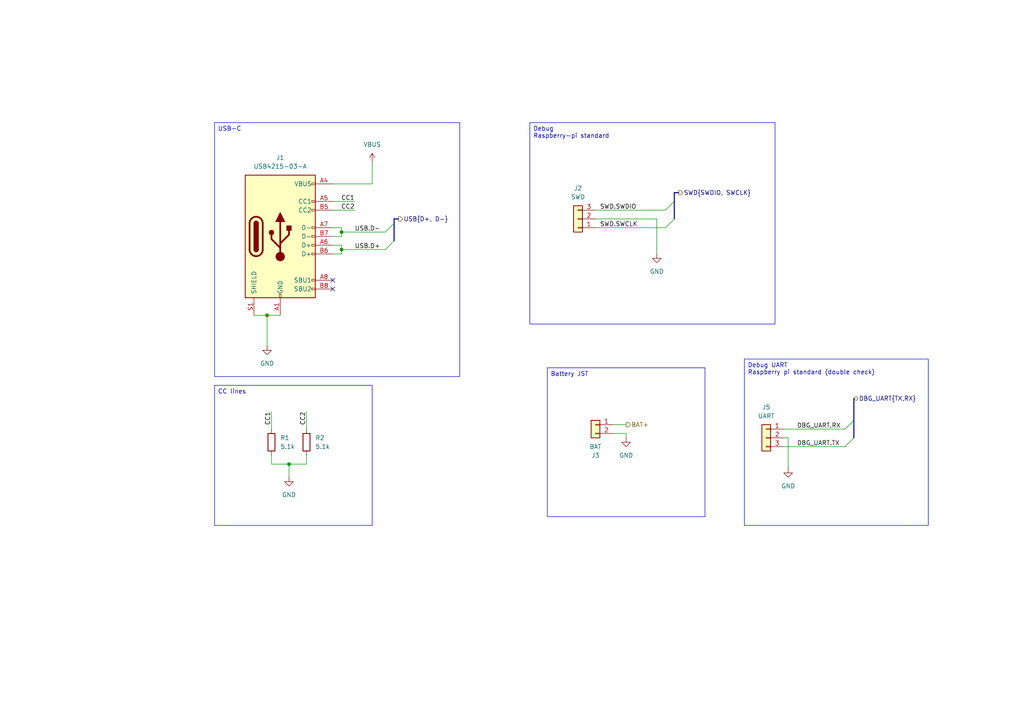
<source format=kicad_sch>
(kicad_sch (version 20250114) (generator "eeschema") (generator_version "9.0")
  (paper "A4")
  (lib_symbols
    (symbol "Connector:USB_C_Receptacle_USB2.0_16P" (pin_names (offset 1.016))
      (property "Reference" "J" (at 0 22.225 0))
      (property "Value" "USB_C_Receptacle_USB2.0_16P" (at 0 19.685 0))
      (symbol "USB_C_Receptacle_USB2.0_16P_0_0"
        (rectangle (start -0.254 -17.78) (end 0.254 -16.764))
        (rectangle (start 10.16 15.494) (end 9.144 14.986))
        (rectangle (start 10.16 10.414) (end 9.144 9.906))
        (rectangle (start 10.16 7.874) (end 9.144 7.366))
        (rectangle (start 10.16 2.794) (end 9.144 2.286))
        (rectangle (start 10.16 0.254) (end 9.144 -0.254))
        (rectangle (start 10.16 -2.286) (end 9.144 -2.794))
        (rectangle (start 10.16 -4.826) (end 9.144 -5.334))
        (rectangle (start 10.16 -12.446) (end 9.144 -12.954))
        (rectangle (start 10.16 -14.986) (end 9.144 -15.494))
      )
      (symbol "USB_C_Receptacle_USB2.0_16P_0_1"
        (rectangle (start -10.16 17.78) (end 10.16 -17.78) (stroke (width 0.254)) (fill (type background)))
        (polyline (pts (xy -8.89 -3.81) (xy -8.89 3.81)) (stroke (width 0.508)))
        (rectangle (start -7.62 -3.81) (end -6.35 3.81) (stroke (width 0.254)) (fill (type outline)))
        (arc (start -7.62 3.81) (mid -6.985 4.4423) (end -6.35 3.81) (stroke (width 0.254)))
        (arc (start -7.62 3.81) (mid -6.985 4.4423) (end -6.35 3.81) (stroke (width 0.254)) (fill (type outline)))
        (arc (start -8.89 3.81) (mid -6.985 5.7067) (end -5.08 3.81) (stroke (width 0.508)))
        (arc (start -5.08 -3.81) (mid -6.985 -5.7067) (end -8.89 -3.81) (stroke (width 0.508)))
        (arc (start -6.35 -3.81) (mid -6.985 -4.4423) (end -7.62 -3.81) (stroke (width 0.254)))
        (arc (start -6.35 -3.81) (mid -6.985 -4.4423) (end -7.62 -3.81) (stroke (width 0.254)) (fill (type outline)))
        (polyline (pts (xy -5.08 3.81) (xy -5.08 -3.81)) (stroke (width 0.508)))
        (circle (center -2.54 1.143) (radius 0.635) (stroke (width 0.254)) (fill (type outline)))
        (polyline (pts (xy -1.27 4.318) (xy 0 6.858) (xy 1.27 4.318) (xy -1.27 4.318)) (stroke (width 0.254)) (fill (type outline)))
        (polyline (pts (xy 0 -2.032) (xy 2.54 0.508) (xy 2.54 1.778)) (stroke (width 0.508)))
        (polyline (pts (xy 0 -3.302) (xy -2.54 -0.762) (xy -2.54 0.508)) (stroke (width 0.508)))
        (polyline (pts (xy 0 -5.842) (xy 0 4.318)) (stroke (width 0.508)))
        (circle (center 0 -5.842) (radius 1.27) (fill (type outline)))
        (rectangle (start 1.905 1.778) (end 3.175 3.048) (stroke (width 0.254)) (fill (type outline)))
      )
      (symbol "USB_C_Receptacle_USB2.0_16P_1_1"
        (pin passive line (at -7.62 -22.86 90) (length 5.08) (name "SHIELD") (number "S1"))
        (pin passive line (at 0 -22.86 90) (length 5.08) (name "GND") (number "A1"))
        (pin passive line (at 0 -22.86 90) (length 5.08) (hide yes) (name "GND") (number "A12"))
        (pin passive line (at 0 -22.86 90) (length 5.08) (hide yes) (name "GND") (number "B1"))
        (pin passive line (at 0 -22.86 90) (length 5.08) (hide yes) (name "GND") (number "B12"))
        (pin passive line (at 15.24 15.24 180) (length 5.08) (name "VBUS") (number "A4"))
        (pin passive line (at 15.24 15.24 180) (length 5.08) (hide yes) (name "VBUS") (number "A9"))
        (pin passive line (at 15.24 15.24 180) (length 5.08) (hide yes) (name "VBUS") (number "B4"))
        (pin passive line (at 15.24 15.24 180) (length 5.08) (hide yes) (name "VBUS") (number "B9"))
        (pin bidirectional line (at 15.24 10.16 180) (length 5.08) (name "CC1") (number "A5"))
        (pin bidirectional line (at 15.24 7.62 180) (length 5.08) (name "CC2") (number "B5"))
        (pin bidirectional line (at 15.24 2.54 180) (length 5.08) (name "D-") (number "A7"))
        (pin bidirectional line (at 15.24 0 180) (length 5.08) (name "D-") (number "B7"))
        (pin bidirectional line (at 15.24 -2.54 180) (length 5.08) (name "D+") (number "A6"))
        (pin bidirectional line (at 15.24 -5.08 180) (length 5.08) (name "D+") (number "B6"))
        (pin bidirectional line (at 15.24 -12.7 180) (length 5.08) (name "SBU1") (number "A8"))
        (pin bidirectional line (at 15.24 -15.24 180) (length 5.08) (name "SBU2") (number "B8"))
      )
    )
    (symbol "Connector_Generic:Conn_01x02" (pin_names (offset 1.016) (hide yes))
      (property "Reference" "J" (at 0 2.54 0))
      (property "Value" "Conn_01x02" (at 0 -5.08 0))
      (symbol "Conn_01x02_1_1"
        (rectangle (start -1.27 1.27) (end 1.27 -3.81) (stroke (width 0.254)) (fill (type background)))
        (rectangle (start -1.27 0.127) (end 0 -0.127) (stroke (width 0.1524)))
        (rectangle (start -1.27 -2.413) (end 0 -2.667) (stroke (width 0.1524)))
        (pin passive line (at -5.08 0 0) (length 3.81) (name "Pin_1") (number "1"))
        (pin passive line (at -5.08 -2.54 0) (length 3.81) (name "Pin_2") (number "2"))
      )
    )
    (symbol "Connector_Generic:Conn_01x03" (pin_names (offset 1.016) (hide yes))
      (property "Reference" "J" (at 0 5.08 0))
      (property "Value" "Conn_01x03" (at 0 -5.08 0))
      (symbol "Conn_01x03_1_1"
        (rectangle (start -1.27 3.81) (end 1.27 -3.81) (stroke (width 0.254)) (fill (type background)))
        (rectangle (start -1.27 2.667) (end 0 2.413) (stroke (width 0.1524)))
        (rectangle (start -1.27 0.127) (end 0 -0.127) (stroke (width 0.1524)))
        (rectangle (start -1.27 -2.413) (end 0 -2.667) (stroke (width 0.1524)))
        (pin passive line (at -5.08 2.54 0) (length 3.81) (name "Pin_1") (number "1"))
        (pin passive line (at -5.08 0 0) (length 3.81) (name "Pin_2") (number "2"))
        (pin passive line (at -5.08 -2.54 0) (length 3.81) (name "Pin_3") (number "3"))
      )
    )
    (symbol "Device:R" (pin_numbers (hide yes)) (pin_names (offset 0))
      (property "Reference" "R" (at 2.032 0 90))
      (property "Value" "R" (at 0 0 90))
      (symbol "R_0_1"
        (rectangle (start -1.016 -2.54) (end 1.016 2.54) (stroke (width 0.254)))
      )
      (symbol "R_1_1"
        (pin passive line (at 0 3.81 270) (length 1.27) (name "~") (number "1"))
        (pin passive line (at 0 -3.81 90) (length 1.27) (name "~") (number "2"))
      )
    )
    (symbol "power:GND" (power) (pin_numbers (hide yes)) (pin_names (offset 0) (hide yes))
      (property "Value" "GND" (at 0 -3.81 0))
      (symbol "GND_0_1"
        (polyline (pts (xy 0 0) (xy 0 -1.27) (xy 1.27 -1.27) (xy 0 -2.54) (xy -1.27 -1.27) (xy 0 -1.27)))
      )
      (symbol "GND_1_1"
        (pin power_in line (at 0 0 270) (length 0) (name "~") (number "1"))
      )
    )
    (symbol "power:VBUS" (power) (pin_numbers (hide yes)) (pin_names (offset 0) (hide yes))
      (property "Value" "VBUS" (at 0 3.556 0))
      (symbol "VBUS_0_1"
        (polyline (pts (xy -0.762 1.27) (xy 0 2.54)))
        (polyline (pts (xy 0 2.54) (xy 0.762 1.27)))
        (polyline (pts (xy 0 0) (xy 0 2.54)))
      )
      (symbol "VBUS_1_1"
        (pin power_in line (at 0 0 90) (length 0) (name "~") (number "1"))
      )
    )
  )
  (text_box "Debug UART\nRaspberry pi standard (double check)" (at 215.9 104.14 0) (size 53.34 48.26) (margins 0.9525 0.9525 0.9525 0.9525) (effects (font (size 1.27 1.27)) (justify left top)))
  (text_box "USB-C" (at 62.23 35.56 0) (size 71.12 73.66) (margins 0.9525 0.9525 0.9525 0.9525) (effects (font (size 1.27 1.27)) (justify left top)))
  (text_box "Debug\nRaspberry-pi standard" (at 153.67 35.56 0) (size 71.12 58.42) (margins 0.9525 0.9525 0.9525 0.9525) (effects (font (size 1.27 1.27)) (justify left top)))
  (text_box "CC lines" (at 62.23 111.76 0) (size 45.72 40.64) (margins 0.9525 0.9525 0.9525 0.9525) (effects (font (size 1.27 1.27)) (justify left top)))
  (text_box "Battery JST" (at 158.75 106.68 0) (size 45.72 43.18) (margins 0.9525 0.9525 0.9525 0.9525) (effects (font (size 1.27 1.27)) (justify left top)))
  (junction (at 99.06 72.39))
  (junction (at 77.47 91.44))
  (junction (at 99.06 67.31))
  (junction (at 83.82 134.62))
  (no_connect (at 96.52 81.28))
  (no_connect (at 96.52 83.82))
  (bus_entry (at 193.04 66.04) (size 2.54 -2.54))
  (bus_entry (at 111.76 67.31) (size 2.54 -2.54))
  (bus_entry (at 247.65 121.92) (size -2.54 2.54))
  (bus_entry (at 247.65 127) (size -2.54 2.54))
  (bus_entry (at 193.04 60.96) (size 2.54 -2.54))
  (bus_entry (at 111.76 72.39) (size 2.54 -2.54))
  (wire (pts (xy 102.87 58.42) (xy 96.52 58.42)))
  (wire (pts (xy 83.82 134.62) (xy 88.9 134.62)))
  (wire (pts (xy 227.33 124.46) (xy 245.11 124.46)))
  (wire (pts (xy 78.74 134.62) (xy 83.82 134.62)))
  (wire (pts (xy 96.52 66.04) (xy 99.06 66.04)))
  (wire (pts (xy 181.61 125.73) (xy 181.61 127)))
  (wire (pts (xy 88.9 134.62) (xy 88.9 132.08)))
  (bus (pts (xy 195.58 58.42) (xy 195.58 63.5)))
  (wire (pts (xy 172.72 60.96) (xy 193.04 60.96)))
  (wire (pts (xy 227.33 127) (xy 228.6 127)))
  (bus (pts (xy 247.65 121.92) (xy 247.65 127)))
  (bus (pts (xy 115.57 63.5) (xy 114.3 63.5)))
  (bus (pts (xy 114.3 63.5) (xy 114.3 64.77)))
  (wire (pts (xy 99.06 72.39) (xy 111.76 72.39)))
  (wire (pts (xy 78.74 134.62) (xy 78.74 132.08)))
  (bus (pts (xy 114.3 64.77) (xy 114.3 69.85)))
  (wire (pts (xy 99.06 67.31) (xy 99.06 66.04)))
  (wire (pts (xy 190.5 63.5) (xy 190.5 73.66)))
  (wire (pts (xy 96.52 68.58) (xy 99.06 68.58)))
  (wire (pts (xy 88.9 119.38) (xy 88.9 124.46)))
  (wire (pts (xy 77.47 91.44) (xy 77.47 100.33)))
  (wire (pts (xy 77.47 91.44) (xy 81.28 91.44)))
  (wire (pts (xy 172.72 66.04) (xy 193.04 66.04)))
  (wire (pts (xy 102.87 60.96) (xy 96.52 60.96)))
  (wire (pts (xy 96.52 73.66) (xy 99.06 73.66)))
  (wire (pts (xy 99.06 72.39) (xy 99.06 73.66)))
  (wire (pts (xy 99.06 67.31) (xy 111.76 67.31)))
  (wire (pts (xy 99.06 68.58) (xy 99.06 67.31)))
  (wire (pts (xy 172.72 63.5) (xy 190.5 63.5)))
  (wire (pts (xy 227.33 129.54) (xy 245.11 129.54)))
  (wire (pts (xy 228.6 127) (xy 228.6 135.89)))
  (wire (pts (xy 99.06 71.12) (xy 99.06 72.39)))
  (wire (pts (xy 78.74 119.38) (xy 78.74 124.46)))
  (wire (pts (xy 107.95 53.34) (xy 107.95 46.99)))
  (wire (pts (xy 96.52 71.12) (xy 99.06 71.12)))
  (bus (pts (xy 247.65 115.57) (xy 247.65 121.92)))
  (wire (pts (xy 73.66 91.44) (xy 77.47 91.44)))
  (bus (pts (xy 195.58 55.88) (xy 195.58 58.42)))
  (wire (pts (xy 177.8 125.73) (xy 181.61 125.73)))
  (wire (pts (xy 96.52 53.34) (xy 107.95 53.34)))
  (bus (pts (xy 196.85 55.88) (xy 195.58 55.88)))
  (wire (pts (xy 83.82 134.62) (xy 83.82 138.43)))
  (wire (pts (xy 177.8 123.19) (xy 181.61 123.19)))
  (label "CC1" (at 102.87 58.42 180))
  (label "DBG_UART.TX" (at 231.14 129.54 0))
  (label "USB.D-" (at 102.87 67.31 0))
  (label "SWD.SWCLK" (at 173.99 66.04 0))
  (label "SWD.SWDIO" (at 173.99 60.96 0))
  (label "CC2" (at 88.9 119.38 270))
  (label "DBG_UART.RX" (at 231.14 124.46 0))
  (label "CC1" (at 78.74 119.38 270))
  (label "CC2" (at 102.87 60.96 180))
  (label "USB.D+" (at 102.87 72.39 0))
  (hierarchical_label "DBG_UART{TX,RX}" (shape bidirectional) (at 247.65 115.57 0))
  (hierarchical_label "SWD{SWDIO, SWCLK}" (shape output) (at 196.85 55.88 0))
  (hierarchical_label "USB{D+, D-}" (shape output) (at 115.57 63.5 0))
  (hierarchical_label "BAT+" (shape output) (at 181.61 123.19 0))
  (symbol (lib_id "Connector_Generic:Conn_01x03") (at 222.25 127 0) (mirror y) (unit 1)
    (property "Reference" "J5" (at 222.25 118.11 0))
    (property "Value" "UART" (at 222.25 120.65 0))
    (property "Footprint" "Connector_JST:JST_SH_SM03B-SRSS-TB_1x03-1MP_P1.00mm_Horizontal" (effects (hide yes)))
    (property "Description" "Generic connector, single row, 01x03, script generated (kicad-library-utils/schlib/autogen/connector/)" (effects (hide yes)))
  )
  (symbol (lib_id "Device:R") (at 88.9 128.27 0) (unit 1)
    (property "Reference" "R2" (at 91.44 126.9999 0) (effects (justify left)))
    (property "Value" "5.1k" (at 91.44 129.5399 0) (effects (justify left)))
    (property "Footprint" "Resistor_SMD:R_0402_1005Metric" (effects (hide yes)))
    (property "Description" "Resistor" (effects (hide yes)))
  )
  (symbol (lib_id "Connector:USB_C_Receptacle_USB2.0_16P") (at 81.28 68.58 0) (unit 1)
    (property "Reference" "J1" (at 81.28 45.72 0))
    (property "Value" "USB4215-03-A" (at 81.28 48.26 0))
    (property "Footprint" "CustomFootprints:GCT_USB4215_03_A" (effects (hide yes)))
    (property "Datasheet" "https://www.usb.org/sites/default/files/documents/usb_type-c.zip" (effects (hide yes)))
    (property "Description" "USB 2.0-only 16P Type-C Receptacle connector" (effects (hide yes)))
  )
  (symbol (lib_id "Connector_Generic:Conn_01x03") (at 167.64 63.5 180) (unit 1)
    (property "Reference" "J2" (at 167.64 54.61 0))
    (property "Value" "SWD" (at 167.64 57.15 0))
    (property "Footprint" "Connector_JST:JST_SH_SM03B-SRSS-TB_1x03-1MP_P1.00mm_Horizontal" (effects (hide yes)))
    (property "Description" "Generic connector, single row, 01x03, script generated (kicad-library-utils/schlib/autogen/connector/)" (effects (hide yes)))
  )
  (symbol (lib_id "power:GND") (at 190.5 73.66 0) (unit 1)
    (property "Reference" "#PWR05" (effects (hide yes)))
    (property "Value" "GND" (at 190.5 78.74 0))
    (property "Description" "Power symbol creates a global label with name \"GND\" , ground" (effects (hide yes)))
  )
  (symbol (lib_id "power:GND") (at 77.47 100.33 0) (unit 1)
    (property "Reference" "#PWR02" (effects (hide yes)))
    (property "Value" "GND" (at 77.47 105.41 0))
    (property "Description" "Power symbol creates a global label with name \"GND\" , ground" (effects (hide yes)))
  )
  (symbol (lib_id "power:GND") (at 83.82 138.43 0) (unit 1)
    (property "Reference" "#PWR04" (effects (hide yes)))
    (property "Value" "GND" (at 83.82 143.51 0))
    (property "Description" "Power symbol creates a global label with name \"GND\" , ground" (effects (hide yes)))
  )
  (symbol (lib_id "power:VBUS") (at 107.95 46.99 0) (unit 1)
    (property "Reference" "#PWR03" (effects (hide yes)))
    (property "Value" "VBUS" (at 107.95 41.91 0))
    (property "Description" "Power symbol creates a global label with name \"VBUS\"" (effects (hide yes)))
  )
  (symbol (lib_id "power:GND") (at 181.61 127 0) (unit 1)
    (property "Reference" "#PWR06" (effects (hide yes)))
    (property "Value" "GND" (at 181.61 132.08 0))
    (property "Description" "Power symbol creates a global label with name \"GND\" , ground" (effects (hide yes)))
  )
  (symbol (lib_id "Connector_Generic:Conn_01x02") (at 172.72 123.19 0) (mirror y) (unit 1)
    (property "Reference" "J3" (at 172.72 132.08 0))
    (property "Value" "BAT" (at 172.72 129.54 0))
    (property "Footprint" "Connector_JST:JST_PH_S2B-PH-K_1x02_P2.00mm_Horizontal" (effects (hide yes)))
    (property "Description" "Generic connector, single row, 01x02, script generated (kicad-library-utils/schlib/autogen/connector/)" (effects (hide yes)))
  )
  (symbol (lib_id "power:GND") (at 228.6 135.89 0) (unit 1)
    (property "Reference" "#PWR057" (effects (hide yes)))
    (property "Value" "GND" (at 228.6 140.97 0))
    (property "Description" "Power symbol creates a global label with name \"GND\" , ground" (effects (hide yes)))
  )
  (symbol (lib_id "Device:R") (at 78.74 128.27 0) (unit 1)
    (property "Reference" "R1" (at 81.28 126.9999 0) (effects (justify left)))
    (property "Value" "5.1k" (at 81.28 129.5399 0) (effects (justify left)))
    (property "Footprint" "Resistor_SMD:R_0402_1005Metric" (effects (hide yes)))
    (property "Description" "Resistor" (effects (hide yes)))
  )
)
</source>
